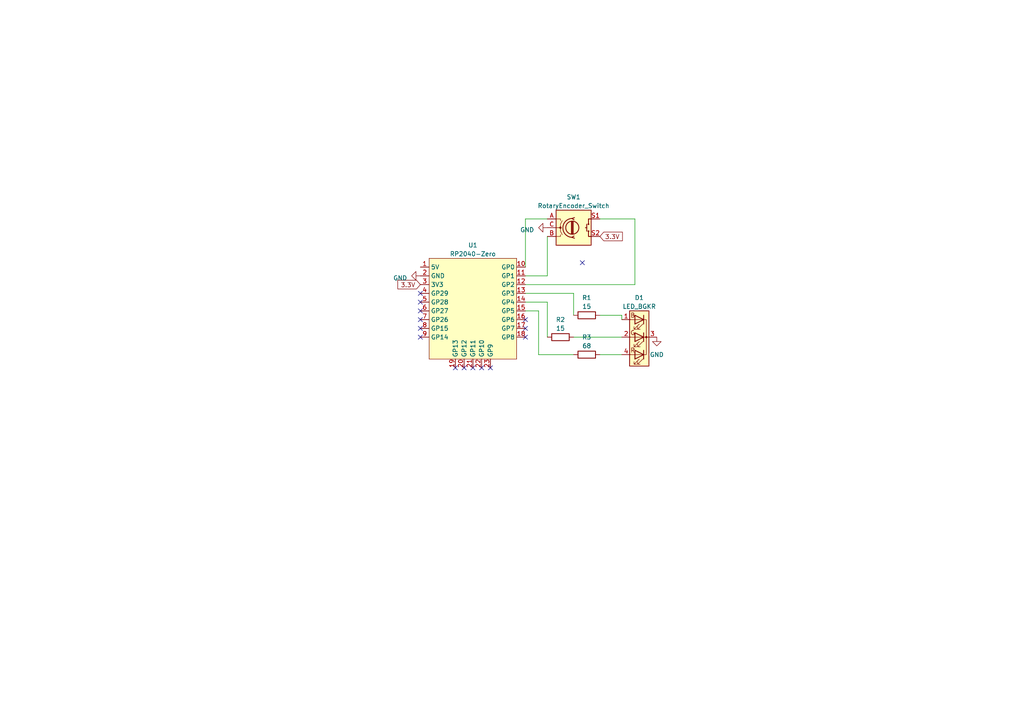
<source format=kicad_sch>
(kicad_sch (version 20230121) (generator eeschema)
  (paper "A4")
  (lib_symbols
    (symbol "Device:LED_BGKR" (pin_names (offset 0) hide)
      (property "Reference" "D" (at 0 9.398 0))
      (property "Value" "LED_BGKR" (at 0 -8.89 0))
      (symbol "LED_BGKR_0_0"
        (text "B" (at 1.905 -6.35 0) (effects (font (size 1.27 1.27))))
        (text "G" (at 1.905 -1.27 0) (effects (font (size 1.27 1.27))))
        (text "R" (at 1.905 3.81 0) (effects (font (size 1.27 1.27))))
      )
      (symbol "LED_BGKR_0_1"
        (circle (center -2.032 0) (radius 0.254) (fill (type outline)))
        (polyline (pts (xy -1.27 -5.08) (xy 1.27 -5.08)))
        (polyline (pts (xy -1.27 -3.81) (xy -1.27 -6.35)) (stroke (width 0.254)))
        (polyline (pts (xy -1.27 0) (xy -2.54 0)))
        (polyline (pts (xy -1.27 1.27) (xy -1.27 -1.27)) (stroke (width 0.254)))
        (polyline (pts (xy -1.27 5.08) (xy 1.27 5.08)))
        (polyline (pts (xy -1.27 6.35) (xy -1.27 3.81)) (stroke (width 0.254)))
        (polyline (pts (xy 1.27 -5.08) (xy 2.54 -5.08)))
        (polyline (pts (xy 1.27 0) (xy -1.27 0)))
        (polyline (pts (xy 1.27 0) (xy 2.54 0)))
        (polyline (pts (xy 1.27 5.08) (xy 2.54 5.08)))
        (polyline (pts (xy -1.27 1.27) (xy -1.27 -1.27) (xy -1.27 -1.27)))
        (polyline (pts (xy -1.27 6.35) (xy -1.27 3.81) (xy -1.27 3.81)))
        (polyline (pts (xy -1.27 5.08) (xy -2.032 5.08) (xy -2.032 -5.08) (xy -1.016 -5.08)))
        (polyline (pts (xy 1.27 -3.81) (xy 1.27 -6.35) (xy -1.27 -5.08) (xy 1.27 -3.81)) (stroke (width 0.254)))
        (polyline (pts (xy 1.27 1.27) (xy 1.27 -1.27) (xy -1.27 0) (xy 1.27 1.27)) (stroke (width 0.254)))
        (polyline (pts (xy 1.27 6.35) (xy 1.27 3.81) (xy -1.27 5.08) (xy 1.27 6.35)) (stroke (width 0.254)))
        (polyline (pts (xy -1.016 -3.81) (xy 0.508 -2.286) (xy -0.254 -2.286) (xy 0.508 -2.286) (xy 0.508 -3.048)))
        (polyline (pts (xy -1.016 1.27) (xy 0.508 2.794) (xy -0.254 2.794) (xy 0.508 2.794) (xy 0.508 2.032)))
        (polyline (pts (xy -1.016 6.35) (xy 0.508 7.874) (xy -0.254 7.874) (xy 0.508 7.874) (xy 0.508 7.112)))
        (polyline (pts (xy 0 -3.81) (xy 1.524 -2.286) (xy 0.762 -2.286) (xy 1.524 -2.286) (xy 1.524 -3.048)))
        (polyline (pts (xy 0 1.27) (xy 1.524 2.794) (xy 0.762 2.794) (xy 1.524 2.794) (xy 1.524 2.032)))
        (polyline (pts (xy 0 6.35) (xy 1.524 7.874) (xy 0.762 7.874) (xy 1.524 7.874) (xy 1.524 7.112)))
        (rectangle (start 1.27 -1.27) (end 1.27 1.27))
        (rectangle (start 1.27 1.27) (end 1.27 1.27))
        (rectangle (start 1.27 3.81) (end 1.27 6.35))
        (rectangle (start 1.27 6.35) (end 1.27 6.35))
        (rectangle (start 2.794 8.382) (end -2.794 -7.62) (stroke (width 0.254)) (fill (type background)))
      )
      (symbol "LED_BGKR_1_1"
        (pin passive line (at 5.08 -5.08 180) (length 2.54) (name "BA") (number "1"))
        (pin passive line (at 5.08 0 180) (length 2.54) (name "GA") (number "2"))
        (pin passive line (at -5.08 0 0) (length 2.54) (name "K") (number "3"))
        (pin passive line (at 5.08 5.08 180) (length 2.54) (name "RA") (number "4"))
      )
    )
    (symbol "Device:R" (pin_numbers hide) (pin_names (offset 0))
      (property "Reference" "R" (at 2.032 0 90))
      (property "Value" "R" (at 0 0 90))
      (symbol "R_0_1"
        (rectangle (start -1.016 -2.54) (end 1.016 2.54) (stroke (width 0.254)))
      )
      (symbol "R_1_1"
        (pin passive line (at 0 3.81 270) (length 1.27) (name "~") (number "1"))
        (pin passive line (at 0 -3.81 90) (length 1.27) (name "~") (number "2"))
      )
    )
    (symbol "Device:RotaryEncoder_Switch" (pin_names (offset 0.254) hide)
      (property "Reference" "SW" (at 0 6.604 0))
      (property "Value" "RotaryEncoder_Switch" (at 0 -6.604 0))
      (symbol "RotaryEncoder_Switch_0_1"
        (rectangle (start -5.08 5.08) (end 5.08 -5.08) (stroke (width 0.254)) (fill (type background)))
        (circle (center -3.81 0) (radius 0.254) (fill (type outline)))
        (circle (center -0.381 0) (radius 1.905) (stroke (width 0.254)))
        (arc (start -0.381 2.667) (mid -3.0988 -0.0635) (end -0.381 -2.794) (stroke (width 0.254)))
        (polyline (pts (xy -0.635 -1.778) (xy -0.635 1.778)) (stroke (width 0.254)))
        (polyline (pts (xy -0.381 -1.778) (xy -0.381 1.778)) (stroke (width 0.254)))
        (polyline (pts (xy -0.127 1.778) (xy -0.127 -1.778)) (stroke (width 0.254)))
        (polyline (pts (xy 3.81 0) (xy 3.429 0)) (stroke (width 0.254)))
        (polyline (pts (xy 3.81 1.016) (xy 3.81 -1.016)) (stroke (width 0.254)))
        (polyline (pts (xy -5.08 -2.54) (xy -3.81 -2.54) (xy -3.81 -2.032)))
        (polyline (pts (xy -5.08 2.54) (xy -3.81 2.54) (xy -3.81 2.032)))
        (polyline (pts (xy 0.254 -3.048) (xy -0.508 -2.794) (xy 0.127 -2.413)) (stroke (width 0.254)))
        (polyline (pts (xy 0.254 2.921) (xy -0.508 2.667) (xy 0.127 2.286)) (stroke (width 0.254)))
        (polyline (pts (xy 5.08 -2.54) (xy 4.318 -2.54) (xy 4.318 -1.016)) (stroke (width 0.254)))
        (polyline (pts (xy 5.08 2.54) (xy 4.318 2.54) (xy 4.318 1.016)) (stroke (width 0.254)))
        (polyline (pts (xy -5.08 0) (xy -3.81 0) (xy -3.81 -1.016) (xy -3.302 -2.032)))
        (polyline (pts (xy -4.318 0) (xy -3.81 0) (xy -3.81 1.016) (xy -3.302 2.032)))
        (circle (center 4.318 -1.016) (radius 0.127) (stroke (width 0.254)))
        (circle (center 4.318 1.016) (radius 0.127) (stroke (width 0.254)))
      )
      (symbol "RotaryEncoder_Switch_1_1"
        (pin passive line (at -7.62 2.54 0) (length 2.54) (name "A") (number "A"))
        (pin passive line (at -7.62 -2.54 0) (length 2.54) (name "B") (number "B"))
        (pin passive line (at -7.62 0 0) (length 2.54) (name "C") (number "C"))
        (pin passive line (at 7.62 2.54 180) (length 2.54) (name "S1") (number "S1"))
        (pin passive line (at 7.62 -2.54 180) (length 2.54) (name "S2") (number "S2"))
      )
    )
    (symbol "RP2040-Zero:RP2040-Zero"
      (property "Reference" "U" (at 0 0 0))
      (property "Value" "RP2040-Zero" (at 0 8.89 0))
      (symbol "RP2040-Zero_0_1"
        (rectangle (start -12.7 7.62) (end 12.7 -21.59) (fill (type background)))
      )
      (symbol "RP2040-Zero_1_1"
        (pin power_in line (at -15.24 5.08 0) (length 2.54) (name "5V") (number "1"))
        (pin bidirectional line (at 15.24 5.08 180) (length 2.54) (name "GP0") (number "10"))
        (pin bidirectional line (at 15.24 2.54 180) (length 2.54) (name "GP1") (number "11"))
        (pin bidirectional line (at 15.24 0 180) (length 2.54) (name "GP2") (number "12"))
        (pin bidirectional line (at 15.24 -2.54 180) (length 2.54) (name "GP3") (number "13"))
        (pin bidirectional line (at 15.24 -5.08 180) (length 2.54) (name "GP4") (number "14"))
        (pin bidirectional line (at 15.24 -7.62 180) (length 2.54) (name "GP5") (number "15"))
        (pin bidirectional line (at 15.24 -10.16 180) (length 2.54) (name "GP6") (number "16"))
        (pin bidirectional line (at 15.24 -12.7 180) (length 2.54) (name "GP7") (number "17"))
        (pin bidirectional line (at 15.24 -15.24 180) (length 2.54) (name "GP8") (number "18"))
        (pin bidirectional line (at -5.08 -24.13 90) (length 2.54) (name "GP13") (number "19"))
        (pin power_in line (at -15.24 2.54 0) (length 2.54) (name "GND") (number "2"))
        (pin bidirectional line (at -2.54 -24.13 90) (length 2.54) (name "GP12") (number "20"))
        (pin bidirectional line (at 0 -24.13 90) (length 2.54) (name "GP11") (number "21"))
        (pin bidirectional line (at 2.54 -24.13 90) (length 2.54) (name "GP10") (number "22"))
        (pin bidirectional line (at 5.08 -24.13 90) (length 2.54) (name "GP9") (number "23"))
        (pin power_in line (at -15.24 0 0) (length 2.54) (name "3V3") (number "3"))
        (pin bidirectional line (at -15.24 -2.54 0) (length 2.54) (name "GP29") (number "4"))
        (pin bidirectional line (at -15.24 -5.08 0) (length 2.54) (name "GP28") (number "5"))
        (pin bidirectional line (at -15.24 -7.62 0) (length 2.54) (name "GP27") (number "6"))
        (pin bidirectional line (at -15.24 -10.16 0) (length 2.54) (name "GP26") (number "7"))
        (pin bidirectional line (at -15.24 -12.7 0) (length 2.54) (name "GP15") (number "8"))
        (pin bidirectional line (at -15.24 -15.24 0) (length 2.54) (name "GP14") (number "9"))
      )
    )
    (symbol "power:GND" (power) (pin_names (offset 0))
      (property "Value" "GND" (at 0 -3.81 0))
      (symbol "GND_0_1"
        (polyline (pts (xy 0 0) (xy 0 -1.27) (xy 1.27 -1.27) (xy 0 -2.54) (xy -1.27 -1.27) (xy 0 -1.27)))
      )
      (symbol "GND_1_1"
        (pin power_in line (at 0 0 270) (length 0) hide (name "GND") (number "1"))
      )
    )
  )
  (no_connect (at 152.4 95.25))
  (no_connect (at 152.4 92.71))
  (no_connect (at 121.92 92.71))
  (no_connect (at 152.4 97.79))
  (no_connect (at 121.92 90.17))
  (no_connect (at 132.08 106.68))
  (no_connect (at 168.91 76.2))
  (no_connect (at 134.62 106.68))
  (no_connect (at 121.92 95.25))
  (no_connect (at 121.92 97.79))
  (no_connect (at 121.92 85.09))
  (no_connect (at 142.24 106.68))
  (no_connect (at 121.92 87.63))
  (no_connect (at 137.16 106.68))
  (no_connect (at 139.7 106.68))
  (wire (pts (xy 152.4 63.5) (xy 158.75 63.5)))
  (wire (pts (xy 152.4 80.01) (xy 158.75 80.01)))
  (wire (pts (xy 166.37 85.09) (xy 166.37 91.44)))
  (wire (pts (xy 152.4 90.17) (xy 156.21 90.17)))
  (wire (pts (xy 184.15 63.5) (xy 184.15 82.55)))
  (wire (pts (xy 156.21 90.17) (xy 156.21 102.87)))
  (wire (pts (xy 158.75 80.01) (xy 158.75 68.58)))
  (wire (pts (xy 184.15 82.55) (xy 152.4 82.55)))
  (wire (pts (xy 152.4 87.63) (xy 158.75 87.63)))
  (wire (pts (xy 152.4 85.09) (xy 166.37 85.09)))
  (wire (pts (xy 166.37 97.79) (xy 180.34 97.79)))
  (wire (pts (xy 180.34 91.44) (xy 180.34 92.71)))
  (wire (pts (xy 173.99 102.87) (xy 180.34 102.87)))
  (wire (pts (xy 152.4 77.47) (xy 152.4 63.5)))
  (wire (pts (xy 173.99 91.44) (xy 180.34 91.44)))
  (wire (pts (xy 156.21 102.87) (xy 166.37 102.87)))
  (wire (pts (xy 158.75 87.63) (xy 158.75 97.79)))
  (wire (pts (xy 173.99 63.5) (xy 184.15 63.5)))
  (global_label "3.3V" (shape input) (at 173.99 68.58 0) (property "Intersheetrefs" "${INTERSHEET_REFS}" (effects hide)))
  (global_label "3.3V" (shape input) (at 121.92 82.55 180) (property "Intersheetrefs" "${INTERSHEET_REFS}" (effects hide)))
  (symbol (lib_id "power:GND") (at 190.5 97.79 0) (unit 1)
    (property "Reference" "#PWR03" (effects hide))
    (property "Value" "GND" (at 190.5 102.87 0))
  )
  (symbol (lib_id "Device:LED_BGKR") (at 185.42 97.79 180) (unit 1)
    (property "Reference" "D1" (at 185.42 86.36 0))
    (property "Value" "LED_BGKR" (at 185.42 88.9 0))
    (property "Footprint" "LED_THT:LED_D5.0mm-4_RGB" (effects hide))
  )
  (symbol (lib_id "power:GND") (at 121.92 80.01 270) (unit 1)
    (property "Reference" "#PWR02" (effects hide))
    (property "Value" "GND" (at 118.11 80.645 90) (effects (justify right)))
  )
  (symbol (lib_id "Device:R") (at 170.18 91.44 270) (unit 1)
    (property "Reference" "R1" (at 170.18 86.36 90))
    (property "Value" "15" (at 170.18 88.9 90))
    (property "Footprint" "Resistor_THT:R_Axial_DIN0207_L6.3mm_D2.5mm_P7.62mm_Horizontal" (effects hide))
  )
  (symbol (lib_id "power:GND") (at 158.75 66.04 270) (unit 1)
    (property "Reference" "#PWR01" (effects hide))
    (property "Value" "GND" (at 154.94 66.675 90) (effects (justify right)))
  )
  (symbol (lib_id "Device:RotaryEncoder_Switch") (at 166.37 66.04 0) (unit 1)
    (property "Reference" "SW1" (at 166.37 57.15 0))
    (property "Value" "RotaryEncoder_Switch" (at 166.37 59.69 0))
    (property "Footprint" "Rotary_Encoder:RotaryEncoder_Alps_EC11E-Switch_Vertical_H20mm" (effects hide))
  )
  (symbol (lib_id "Device:R") (at 162.56 97.79 90) (unit 1)
    (property "Reference" "R2" (at 162.56 92.71 90))
    (property "Value" "15" (at 162.56 95.25 90))
    (property "Footprint" "Resistor_THT:R_Axial_DIN0207_L6.3mm_D2.5mm_P7.62mm_Horizontal" (effects hide))
  )
  (symbol (lib_id "RP2040-Zero:RP2040-Zero") (at 137.16 82.55 0) (unit 1)
    (property "Reference" "U1" (at 137.16 71.12 0))
    (property "Value" "RP2040-Zero" (at 137.16 73.66 0))
    (property "Footprint" "Rose_lib_foodprint:RP2040-Zero" (effects hide))
  )
  (symbol (lib_id "Device:R") (at 170.18 102.87 90) (unit 1)
    (property "Reference" "R3" (at 170.18 97.79 90))
    (property "Value" "68" (at 170.18 100.33 90))
    (property "Footprint" "Resistor_THT:R_Axial_DIN0207_L6.3mm_D2.5mm_P7.62mm_Horizontal" (effects hide))
  )
)
</source>
